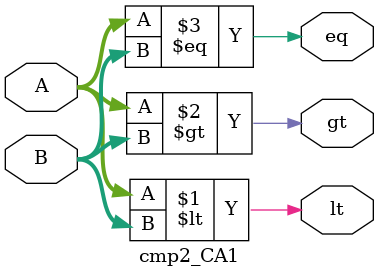
<source format=v>
module cmp2_CA1(lt, gt, eq, A, B);
  input [1:0]A, B;
  output lt, gt, eq;

  assign lt = A < B;
  assign gt = A > B;
  assign eq = A == B;
endmodule


</source>
